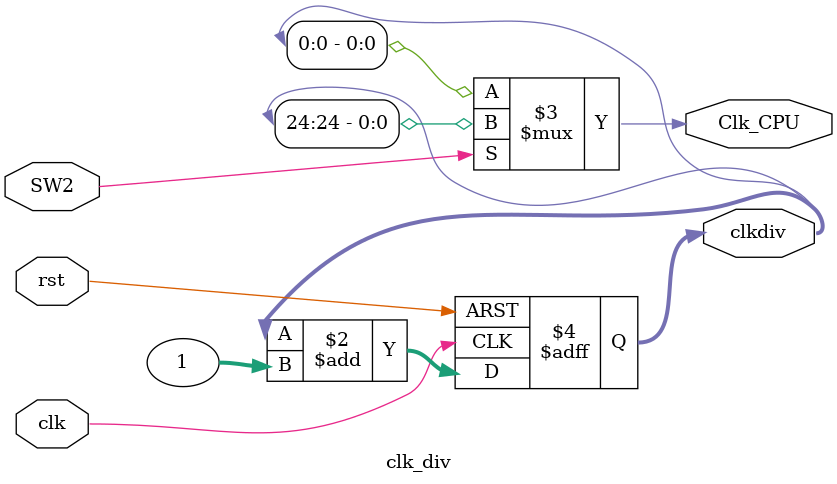
<source format=v>
module clk_div(
	input clk,
	input rst,
	input SW2,
	output reg [31:0] clkdiv,
	output Clk_CPU
);

	always @(posedge clk or posedge rst) begin
		if (rst) begin
			clkdiv <= 0;		
		end else begin
			clkdiv <= clkdiv + 1; 
		end
	end

	assign Clk_CPU = SW2? clkdiv[24]: clkdiv[0];

endmodule
</source>
